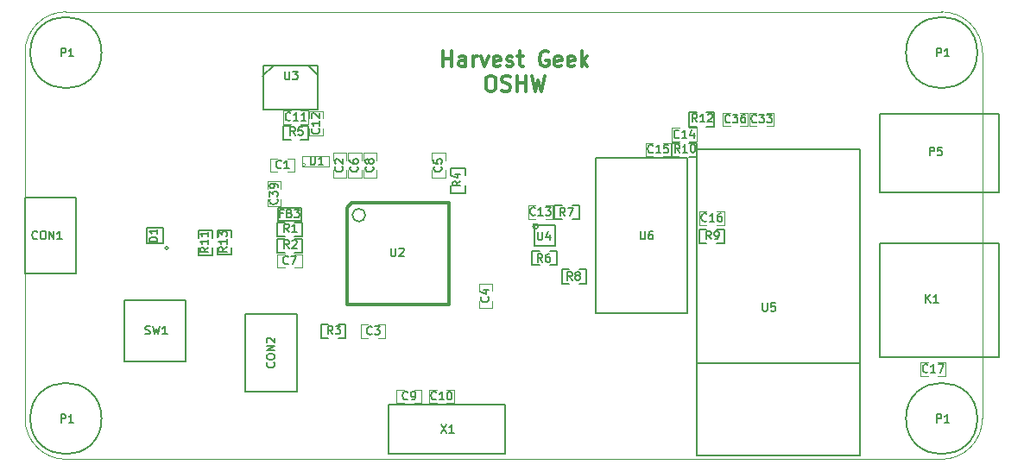
<source format=gto>
G04 (created by PCBNEW (2013-07-07 BZR 4022)-stable) date 26/08/2014 17:06:35*
%MOIN*%
G04 Gerber Fmt 3.4, Leading zero omitted, Abs format*
%FSLAX34Y34*%
G01*
G70*
G90*
G04 APERTURE LIST*
%ADD10C,0.00590551*%
%ADD11C,0.00393701*%
%ADD12C,0.00787402*%
%ADD13C,0.011811*%
%ADD14C,0.012*%
%ADD15C,0.008*%
%ADD16C,0.0031*%
%ADD17C,0.005*%
%ADD18C,0.0047*%
G04 APERTURE END LIST*
G54D10*
G54D11*
X106983Y-58953D02*
X73173Y-58953D01*
X108558Y-60528D02*
G75*
G03X106983Y-58953I-1575J0D01*
G74*
G01*
X108558Y-74668D02*
X108558Y-60528D01*
X106983Y-76243D02*
G75*
G03X108558Y-74668I0J1575D01*
G74*
G01*
X73173Y-76243D02*
X106983Y-76243D01*
X71598Y-74668D02*
G75*
G03X73173Y-76243I1575J0D01*
G74*
G01*
X71598Y-60528D02*
X71598Y-74668D01*
X73173Y-58953D02*
G75*
G03X71598Y-60528I0J-1575D01*
G74*
G01*
G54D12*
X77124Y-68077D02*
G75*
G03X77124Y-68077I-70J0D01*
G74*
G01*
X82893Y-61397D02*
X82893Y-61417D01*
X82539Y-61043D02*
X82893Y-61397D01*
X81181Y-61023D02*
X81259Y-61023D01*
X80767Y-61437D02*
X81181Y-61023D01*
X91397Y-67244D02*
G75*
G03X91397Y-67244I-98J0D01*
G74*
G01*
G54D13*
X87740Y-61069D02*
X87740Y-60478D01*
X87740Y-60759D02*
X88077Y-60759D01*
X88077Y-61069D02*
X88077Y-60478D01*
X88611Y-61069D02*
X88611Y-60759D01*
X88583Y-60703D01*
X88527Y-60675D01*
X88414Y-60675D01*
X88358Y-60703D01*
X88611Y-61040D02*
X88555Y-61069D01*
X88414Y-61069D01*
X88358Y-61040D01*
X88330Y-60984D01*
X88330Y-60928D01*
X88358Y-60872D01*
X88414Y-60844D01*
X88555Y-60844D01*
X88611Y-60815D01*
X88893Y-61069D02*
X88893Y-60675D01*
X88893Y-60787D02*
X88921Y-60731D01*
X88949Y-60703D01*
X89005Y-60675D01*
X89061Y-60675D01*
X89202Y-60675D02*
X89342Y-61069D01*
X89483Y-60675D01*
X89933Y-61040D02*
X89877Y-61069D01*
X89764Y-61069D01*
X89708Y-61040D01*
X89680Y-60984D01*
X89680Y-60759D01*
X89708Y-60703D01*
X89764Y-60675D01*
X89877Y-60675D01*
X89933Y-60703D01*
X89961Y-60759D01*
X89961Y-60815D01*
X89680Y-60872D01*
X90186Y-61040D02*
X90242Y-61069D01*
X90355Y-61069D01*
X90411Y-61040D01*
X90439Y-60984D01*
X90439Y-60956D01*
X90411Y-60900D01*
X90355Y-60872D01*
X90270Y-60872D01*
X90214Y-60844D01*
X90186Y-60787D01*
X90186Y-60759D01*
X90214Y-60703D01*
X90270Y-60675D01*
X90355Y-60675D01*
X90411Y-60703D01*
X90608Y-60675D02*
X90833Y-60675D01*
X90692Y-60478D02*
X90692Y-60984D01*
X90720Y-61040D01*
X90777Y-61069D01*
X90833Y-61069D01*
X91789Y-60506D02*
X91733Y-60478D01*
X91648Y-60478D01*
X91564Y-60506D01*
X91508Y-60562D01*
X91480Y-60619D01*
X91452Y-60731D01*
X91452Y-60815D01*
X91480Y-60928D01*
X91508Y-60984D01*
X91564Y-61040D01*
X91648Y-61069D01*
X91705Y-61069D01*
X91789Y-61040D01*
X91817Y-61012D01*
X91817Y-60815D01*
X91705Y-60815D01*
X92295Y-61040D02*
X92239Y-61069D01*
X92126Y-61069D01*
X92070Y-61040D01*
X92042Y-60984D01*
X92042Y-60759D01*
X92070Y-60703D01*
X92126Y-60675D01*
X92239Y-60675D01*
X92295Y-60703D01*
X92323Y-60759D01*
X92323Y-60815D01*
X92042Y-60872D01*
X92801Y-61040D02*
X92745Y-61069D01*
X92633Y-61069D01*
X92576Y-61040D01*
X92548Y-60984D01*
X92548Y-60759D01*
X92576Y-60703D01*
X92633Y-60675D01*
X92745Y-60675D01*
X92801Y-60703D01*
X92830Y-60759D01*
X92830Y-60815D01*
X92548Y-60872D01*
X93083Y-61069D02*
X93083Y-60478D01*
X93139Y-60844D02*
X93308Y-61069D01*
X93308Y-60675D02*
X93083Y-60900D01*
X89525Y-61423D02*
X89638Y-61423D01*
X89694Y-61451D01*
X89750Y-61507D01*
X89778Y-61620D01*
X89778Y-61817D01*
X89750Y-61929D01*
X89694Y-61985D01*
X89638Y-62013D01*
X89525Y-62013D01*
X89469Y-61985D01*
X89413Y-61929D01*
X89385Y-61817D01*
X89385Y-61620D01*
X89413Y-61507D01*
X89469Y-61451D01*
X89525Y-61423D01*
X90003Y-61985D02*
X90088Y-62013D01*
X90228Y-62013D01*
X90285Y-61985D01*
X90313Y-61957D01*
X90341Y-61901D01*
X90341Y-61845D01*
X90313Y-61788D01*
X90285Y-61760D01*
X90228Y-61732D01*
X90116Y-61704D01*
X90060Y-61676D01*
X90031Y-61648D01*
X90003Y-61592D01*
X90003Y-61535D01*
X90031Y-61479D01*
X90060Y-61451D01*
X90116Y-61423D01*
X90256Y-61423D01*
X90341Y-61451D01*
X90594Y-62013D02*
X90594Y-61423D01*
X90594Y-61704D02*
X90931Y-61704D01*
X90931Y-62013D02*
X90931Y-61423D01*
X91156Y-61423D02*
X91297Y-62013D01*
X91409Y-61592D01*
X91522Y-62013D01*
X91662Y-61423D01*
G54D14*
X87954Y-66337D02*
X87954Y-70277D01*
X87954Y-70277D02*
X84014Y-70277D01*
X84014Y-66527D02*
X84014Y-70277D01*
X84204Y-66337D02*
X87954Y-66337D01*
X84014Y-66527D02*
X84204Y-66337D01*
G54D15*
X84734Y-66807D02*
G75*
G03X84734Y-66807I-250J0D01*
G74*
G01*
G54D16*
X82434Y-64862D02*
G75*
G03X82434Y-64862I-62J0D01*
G74*
G01*
X83334Y-64524D02*
X83334Y-64924D01*
X82309Y-64524D02*
X82309Y-64924D01*
X83334Y-64924D02*
X82309Y-64924D01*
X82309Y-64524D02*
X83334Y-64524D01*
G54D17*
X81614Y-67717D02*
X81336Y-67717D01*
X81336Y-67717D02*
X81336Y-68267D01*
X81336Y-68267D02*
X81614Y-68267D01*
X82286Y-67717D02*
X82008Y-67717D01*
X82286Y-67717D02*
X82286Y-68267D01*
X82286Y-68267D02*
X82008Y-68267D01*
X97519Y-62835D02*
X97241Y-62835D01*
X97241Y-62835D02*
X97241Y-63385D01*
X97241Y-63385D02*
X97519Y-63385D01*
X98191Y-62835D02*
X97913Y-62835D01*
X98191Y-62835D02*
X98191Y-63385D01*
X98191Y-63385D02*
X97913Y-63385D01*
X91850Y-68739D02*
X92128Y-68739D01*
X92128Y-68739D02*
X92128Y-68189D01*
X92128Y-68189D02*
X91850Y-68189D01*
X91178Y-68739D02*
X91456Y-68739D01*
X91178Y-68739D02*
X91178Y-68189D01*
X91178Y-68189D02*
X91456Y-68189D01*
X92716Y-66967D02*
X92994Y-66967D01*
X92994Y-66967D02*
X92994Y-66417D01*
X92994Y-66417D02*
X92716Y-66417D01*
X92044Y-66967D02*
X92322Y-66967D01*
X92044Y-66967D02*
X92044Y-66417D01*
X92044Y-66417D02*
X92322Y-66417D01*
X81850Y-63347D02*
X81572Y-63347D01*
X81572Y-63347D02*
X81572Y-63897D01*
X81572Y-63897D02*
X81850Y-63897D01*
X82522Y-63347D02*
X82244Y-63347D01*
X82522Y-63347D02*
X82522Y-63897D01*
X82522Y-63897D02*
X82244Y-63897D01*
X88032Y-65669D02*
X88032Y-65947D01*
X88032Y-65947D02*
X88582Y-65947D01*
X88582Y-65947D02*
X88582Y-65669D01*
X88032Y-64997D02*
X88032Y-65275D01*
X88032Y-64997D02*
X88582Y-64997D01*
X88582Y-64997D02*
X88582Y-65275D01*
X83306Y-71024D02*
X83028Y-71024D01*
X83028Y-71024D02*
X83028Y-71574D01*
X83028Y-71574D02*
X83306Y-71574D01*
X83978Y-71024D02*
X83700Y-71024D01*
X83978Y-71024D02*
X83978Y-71574D01*
X83978Y-71574D02*
X83700Y-71574D01*
X92992Y-69448D02*
X93270Y-69448D01*
X93270Y-69448D02*
X93270Y-68898D01*
X93270Y-68898D02*
X92992Y-68898D01*
X92320Y-69448D02*
X92598Y-69448D01*
X92320Y-69448D02*
X92320Y-68898D01*
X92320Y-68898D02*
X92598Y-68898D01*
X81614Y-67087D02*
X81336Y-67087D01*
X81336Y-67087D02*
X81336Y-67637D01*
X81336Y-67637D02*
X81614Y-67637D01*
X82286Y-67087D02*
X82008Y-67087D01*
X82286Y-67087D02*
X82286Y-67637D01*
X82286Y-67637D02*
X82008Y-67637D01*
X96850Y-64016D02*
X96572Y-64016D01*
X96572Y-64016D02*
X96572Y-64566D01*
X96572Y-64566D02*
X96850Y-64566D01*
X97522Y-64016D02*
X97244Y-64016D01*
X97522Y-64016D02*
X97522Y-64566D01*
X97522Y-64566D02*
X97244Y-64566D01*
X97913Y-67362D02*
X97635Y-67362D01*
X97635Y-67362D02*
X97635Y-67912D01*
X97635Y-67912D02*
X97913Y-67912D01*
X98585Y-67362D02*
X98307Y-67362D01*
X98585Y-67362D02*
X98585Y-67912D01*
X98585Y-67912D02*
X98307Y-67912D01*
G54D18*
X91299Y-66436D02*
X91024Y-66436D01*
X91693Y-66436D02*
X91968Y-66436D01*
X91299Y-66948D02*
X91024Y-66948D01*
X91968Y-66948D02*
X91693Y-66948D01*
X91024Y-66942D02*
X91024Y-66442D01*
X91968Y-66442D02*
X91968Y-66942D01*
X85177Y-64684D02*
X85177Y-64409D01*
X85177Y-65078D02*
X85177Y-65353D01*
X84665Y-64684D02*
X84665Y-64409D01*
X84665Y-65353D02*
X84665Y-65078D01*
X84671Y-64409D02*
X85171Y-64409D01*
X85171Y-65353D02*
X84671Y-65353D01*
X85236Y-71555D02*
X85511Y-71555D01*
X84842Y-71555D02*
X84567Y-71555D01*
X85236Y-71043D02*
X85511Y-71043D01*
X84567Y-71043D02*
X84842Y-71043D01*
X85511Y-71049D02*
X85511Y-71549D01*
X84567Y-71549D02*
X84567Y-71049D01*
X89114Y-70118D02*
X89114Y-70393D01*
X89114Y-69724D02*
X89114Y-69449D01*
X89626Y-70118D02*
X89626Y-70393D01*
X89626Y-69449D02*
X89626Y-69724D01*
X89620Y-70393D02*
X89120Y-70393D01*
X89120Y-69449D02*
X89620Y-69449D01*
X87815Y-64684D02*
X87815Y-64409D01*
X87815Y-65078D02*
X87815Y-65353D01*
X87303Y-64684D02*
X87303Y-64409D01*
X87303Y-65353D02*
X87303Y-65078D01*
X87309Y-64409D02*
X87809Y-64409D01*
X87809Y-65353D02*
X87309Y-65353D01*
X84586Y-64684D02*
X84586Y-64409D01*
X84586Y-65078D02*
X84586Y-65353D01*
X84074Y-64684D02*
X84074Y-64409D01*
X84074Y-65353D02*
X84074Y-65078D01*
X84080Y-64409D02*
X84580Y-64409D01*
X84580Y-65353D02*
X84080Y-65353D01*
X82244Y-63287D02*
X82519Y-63287D01*
X81850Y-63287D02*
X81575Y-63287D01*
X82244Y-62775D02*
X82519Y-62775D01*
X81575Y-62775D02*
X81850Y-62775D01*
X82519Y-62781D02*
X82519Y-63281D01*
X81575Y-63281D02*
X81575Y-62781D01*
X96850Y-63444D02*
X96575Y-63444D01*
X97244Y-63444D02*
X97519Y-63444D01*
X96850Y-63956D02*
X96575Y-63956D01*
X97519Y-63956D02*
X97244Y-63956D01*
X96575Y-63950D02*
X96575Y-63450D01*
X97519Y-63450D02*
X97519Y-63950D01*
X95846Y-64015D02*
X95571Y-64015D01*
X96240Y-64015D02*
X96515Y-64015D01*
X95846Y-64527D02*
X95571Y-64527D01*
X96515Y-64527D02*
X96240Y-64527D01*
X95571Y-64521D02*
X95571Y-64021D01*
X96515Y-64021D02*
X96515Y-64521D01*
X98307Y-67185D02*
X98582Y-67185D01*
X97913Y-67185D02*
X97638Y-67185D01*
X98307Y-66673D02*
X98582Y-66673D01*
X97638Y-66673D02*
X97913Y-66673D01*
X98582Y-66679D02*
X98582Y-67179D01*
X97638Y-67179D02*
X97638Y-66679D01*
X106842Y-73014D02*
X107117Y-73014D01*
X106448Y-73014D02*
X106173Y-73014D01*
X106842Y-72502D02*
X107117Y-72502D01*
X106173Y-72502D02*
X106448Y-72502D01*
X107117Y-72508D02*
X107117Y-73008D01*
X106173Y-73008D02*
X106173Y-72508D01*
X81338Y-64625D02*
X81063Y-64625D01*
X81732Y-64625D02*
X82007Y-64625D01*
X81338Y-65137D02*
X81063Y-65137D01*
X82007Y-65137D02*
X81732Y-65137D01*
X81063Y-65131D02*
X81063Y-64631D01*
X82007Y-64631D02*
X82007Y-65131D01*
X83996Y-64684D02*
X83996Y-64409D01*
X83996Y-65078D02*
X83996Y-65353D01*
X83484Y-64684D02*
X83484Y-64409D01*
X83484Y-65353D02*
X83484Y-65078D01*
X83490Y-64409D02*
X83990Y-64409D01*
X83990Y-65353D02*
X83490Y-65353D01*
X100236Y-63366D02*
X100511Y-63366D01*
X99842Y-63366D02*
X99567Y-63366D01*
X100236Y-62854D02*
X100511Y-62854D01*
X99567Y-62854D02*
X99842Y-62854D01*
X100511Y-62860D02*
X100511Y-63360D01*
X99567Y-63360D02*
X99567Y-62860D01*
X98818Y-62854D02*
X98543Y-62854D01*
X99212Y-62854D02*
X99487Y-62854D01*
X98818Y-63366D02*
X98543Y-63366D01*
X99487Y-63366D02*
X99212Y-63366D01*
X98543Y-63360D02*
X98543Y-62860D01*
X99487Y-62860D02*
X99487Y-63360D01*
X87480Y-73562D02*
X87205Y-73562D01*
X87874Y-73562D02*
X88149Y-73562D01*
X87480Y-74074D02*
X87205Y-74074D01*
X88149Y-74074D02*
X87874Y-74074D01*
X87205Y-74068D02*
X87205Y-73568D01*
X88149Y-73568D02*
X88149Y-74068D01*
X83090Y-63070D02*
X83090Y-62795D01*
X83090Y-63464D02*
X83090Y-63739D01*
X82578Y-63070D02*
X82578Y-62795D01*
X82578Y-63739D02*
X82578Y-63464D01*
X82584Y-62795D02*
X83084Y-62795D01*
X83084Y-63739D02*
X82584Y-63739D01*
X81614Y-68326D02*
X81339Y-68326D01*
X82008Y-68326D02*
X82283Y-68326D01*
X81614Y-68838D02*
X81339Y-68838D01*
X82283Y-68838D02*
X82008Y-68838D01*
X81339Y-68832D02*
X81339Y-68332D01*
X82283Y-68332D02*
X82283Y-68832D01*
X86614Y-74074D02*
X86889Y-74074D01*
X86220Y-74074D02*
X85945Y-74074D01*
X86614Y-73562D02*
X86889Y-73562D01*
X85945Y-73562D02*
X86220Y-73562D01*
X86889Y-73568D02*
X86889Y-74068D01*
X85945Y-74068D02*
X85945Y-73568D01*
G54D10*
X97532Y-72540D02*
X103831Y-72540D01*
X103831Y-64273D02*
X97532Y-64273D01*
X97532Y-64273D02*
X97532Y-76084D01*
X97532Y-76084D02*
X103831Y-76084D01*
X103831Y-76084D02*
X103831Y-64273D01*
X85629Y-74133D02*
X90118Y-74133D01*
X90118Y-74133D02*
X90118Y-76023D01*
X90118Y-76023D02*
X85629Y-76023D01*
X85629Y-76023D02*
X85629Y-74133D01*
X71601Y-66123D02*
X71601Y-69075D01*
X71601Y-69075D02*
X73569Y-69075D01*
X73569Y-69075D02*
X73569Y-66123D01*
X73569Y-66123D02*
X71601Y-66123D01*
G54D15*
X80102Y-73625D02*
X80102Y-70625D01*
X82102Y-70625D02*
X82102Y-73625D01*
X82102Y-73625D02*
X80102Y-73625D01*
X80102Y-70625D02*
X82102Y-70625D01*
G54D18*
X81476Y-65787D02*
X81476Y-65512D01*
X81476Y-66181D02*
X81476Y-66456D01*
X80964Y-65787D02*
X80964Y-65512D01*
X80964Y-66456D02*
X80964Y-66181D01*
X80970Y-65512D02*
X81470Y-65512D01*
X81470Y-66456D02*
X80970Y-66456D01*
G54D17*
X81361Y-66521D02*
X82261Y-66521D01*
X82261Y-66521D02*
X82261Y-67021D01*
X82261Y-67021D02*
X81361Y-67021D01*
X81361Y-67021D02*
X81361Y-66521D01*
G54D10*
X109191Y-72309D02*
X109191Y-67900D01*
X109191Y-67900D02*
X104584Y-67900D01*
X104584Y-67900D02*
X104584Y-72309D01*
X104584Y-72309D02*
X109191Y-72309D01*
X109194Y-65924D02*
X109194Y-62892D01*
X109194Y-62892D02*
X104588Y-62892D01*
X104588Y-62892D02*
X104588Y-65924D01*
X104588Y-65924D02*
X109194Y-65924D01*
X82913Y-61023D02*
X80787Y-61023D01*
X80787Y-61023D02*
X80787Y-62716D01*
X80787Y-62716D02*
X82913Y-62716D01*
X82913Y-62716D02*
X82913Y-61023D01*
X91259Y-67204D02*
X92047Y-67204D01*
X92047Y-67204D02*
X92047Y-67992D01*
X92047Y-67992D02*
X91259Y-67992D01*
X91259Y-67992D02*
X91259Y-67204D01*
X75444Y-70101D02*
X77806Y-70101D01*
X77806Y-70101D02*
X77806Y-72464D01*
X77806Y-72464D02*
X75444Y-72464D01*
X75444Y-72464D02*
X75444Y-70101D01*
G54D17*
X78293Y-68076D02*
X78293Y-68354D01*
X78293Y-68354D02*
X78843Y-68354D01*
X78843Y-68354D02*
X78843Y-68076D01*
X78293Y-67404D02*
X78293Y-67682D01*
X78293Y-67404D02*
X78843Y-67404D01*
X78843Y-67404D02*
X78843Y-67682D01*
X79014Y-68062D02*
X79014Y-68340D01*
X79014Y-68340D02*
X79564Y-68340D01*
X79564Y-68340D02*
X79564Y-68062D01*
X79014Y-67390D02*
X79014Y-67668D01*
X79014Y-67390D02*
X79564Y-67390D01*
X79564Y-67390D02*
X79564Y-67668D01*
G54D10*
X76940Y-67303D02*
X76940Y-67893D01*
X76940Y-67893D02*
X76310Y-67893D01*
X76310Y-67893D02*
X76310Y-67303D01*
X76310Y-67303D02*
X76940Y-67303D01*
X93622Y-64606D02*
X93622Y-70590D01*
X93622Y-70590D02*
X97165Y-70590D01*
X97165Y-70590D02*
X97165Y-64606D01*
X97165Y-64606D02*
X93622Y-64606D01*
X74551Y-60528D02*
G75*
G03X74551Y-60528I-1377J0D01*
G74*
G01*
X74551Y-74668D02*
G75*
G03X74551Y-74668I-1377J0D01*
G74*
G01*
X108361Y-74668D02*
G75*
G03X108361Y-74668I-1377J0D01*
G74*
G01*
X108361Y-60528D02*
G75*
G03X108361Y-60528I-1377J0D01*
G74*
G01*
G54D12*
X85724Y-68080D02*
X85724Y-68335D01*
X85739Y-68365D01*
X85754Y-68380D01*
X85784Y-68395D01*
X85844Y-68395D01*
X85874Y-68380D01*
X85889Y-68365D01*
X85904Y-68335D01*
X85904Y-68080D01*
X86039Y-68110D02*
X86054Y-68095D01*
X86084Y-68080D01*
X86159Y-68080D01*
X86189Y-68095D01*
X86204Y-68110D01*
X86219Y-68140D01*
X86219Y-68170D01*
X86204Y-68215D01*
X86024Y-68395D01*
X86219Y-68395D01*
X82614Y-64556D02*
X82614Y-64811D01*
X82629Y-64841D01*
X82644Y-64856D01*
X82674Y-64871D01*
X82734Y-64871D01*
X82764Y-64856D01*
X82779Y-64841D01*
X82794Y-64811D01*
X82794Y-64556D01*
X83109Y-64871D02*
X82929Y-64871D01*
X83019Y-64871D02*
X83019Y-64556D01*
X82989Y-64601D01*
X82959Y-64631D01*
X82929Y-64646D01*
X81783Y-68094D02*
X81678Y-67944D01*
X81603Y-68094D02*
X81603Y-67779D01*
X81723Y-67779D01*
X81753Y-67794D01*
X81768Y-67809D01*
X81783Y-67839D01*
X81783Y-67884D01*
X81768Y-67914D01*
X81753Y-67929D01*
X81723Y-67944D01*
X81603Y-67944D01*
X81903Y-67809D02*
X81918Y-67794D01*
X81948Y-67779D01*
X82023Y-67779D01*
X82053Y-67794D01*
X82068Y-67809D01*
X82083Y-67839D01*
X82083Y-67869D01*
X82068Y-67914D01*
X81888Y-68094D01*
X82083Y-68094D01*
X97539Y-63212D02*
X97434Y-63062D01*
X97359Y-63212D02*
X97359Y-62897D01*
X97479Y-62897D01*
X97509Y-62912D01*
X97524Y-62927D01*
X97539Y-62957D01*
X97539Y-63002D01*
X97524Y-63032D01*
X97509Y-63047D01*
X97479Y-63062D01*
X97359Y-63062D01*
X97839Y-63212D02*
X97659Y-63212D01*
X97749Y-63212D02*
X97749Y-62897D01*
X97719Y-62942D01*
X97689Y-62972D01*
X97659Y-62987D01*
X97959Y-62927D02*
X97974Y-62912D01*
X98004Y-62897D01*
X98078Y-62897D01*
X98108Y-62912D01*
X98123Y-62927D01*
X98138Y-62957D01*
X98138Y-62987D01*
X98123Y-63032D01*
X97944Y-63212D01*
X98138Y-63212D01*
X91576Y-68617D02*
X91471Y-68467D01*
X91396Y-68617D02*
X91396Y-68302D01*
X91516Y-68302D01*
X91546Y-68317D01*
X91561Y-68332D01*
X91576Y-68362D01*
X91576Y-68407D01*
X91561Y-68437D01*
X91546Y-68452D01*
X91516Y-68467D01*
X91396Y-68467D01*
X91846Y-68302D02*
X91786Y-68302D01*
X91756Y-68317D01*
X91741Y-68332D01*
X91711Y-68377D01*
X91696Y-68437D01*
X91696Y-68557D01*
X91711Y-68587D01*
X91726Y-68602D01*
X91756Y-68617D01*
X91816Y-68617D01*
X91846Y-68602D01*
X91861Y-68587D01*
X91876Y-68557D01*
X91876Y-68482D01*
X91861Y-68452D01*
X91846Y-68437D01*
X91816Y-68422D01*
X91756Y-68422D01*
X91726Y-68437D01*
X91711Y-68452D01*
X91696Y-68482D01*
X92442Y-66845D02*
X92337Y-66695D01*
X92262Y-66845D02*
X92262Y-66530D01*
X92382Y-66530D01*
X92412Y-66545D01*
X92427Y-66560D01*
X92442Y-66590D01*
X92442Y-66635D01*
X92427Y-66665D01*
X92412Y-66680D01*
X92382Y-66695D01*
X92262Y-66695D01*
X92547Y-66530D02*
X92757Y-66530D01*
X92622Y-66845D01*
X82019Y-63724D02*
X81914Y-63574D01*
X81839Y-63724D02*
X81839Y-63409D01*
X81959Y-63409D01*
X81989Y-63424D01*
X82004Y-63439D01*
X82019Y-63469D01*
X82019Y-63514D01*
X82004Y-63544D01*
X81989Y-63559D01*
X81959Y-63574D01*
X81839Y-63574D01*
X82304Y-63409D02*
X82154Y-63409D01*
X82139Y-63559D01*
X82154Y-63544D01*
X82184Y-63529D01*
X82259Y-63529D01*
X82289Y-63544D01*
X82304Y-63559D01*
X82319Y-63589D01*
X82319Y-63664D01*
X82304Y-63694D01*
X82289Y-63709D01*
X82259Y-63724D01*
X82184Y-63724D01*
X82154Y-63709D01*
X82139Y-63694D01*
X88409Y-65499D02*
X88259Y-65604D01*
X88409Y-65679D02*
X88094Y-65679D01*
X88094Y-65559D01*
X88109Y-65529D01*
X88124Y-65514D01*
X88154Y-65499D01*
X88199Y-65499D01*
X88229Y-65514D01*
X88244Y-65529D01*
X88259Y-65559D01*
X88259Y-65679D01*
X88199Y-65229D02*
X88409Y-65229D01*
X88079Y-65304D02*
X88304Y-65379D01*
X88304Y-65184D01*
X83476Y-71401D02*
X83371Y-71251D01*
X83296Y-71401D02*
X83296Y-71086D01*
X83416Y-71086D01*
X83446Y-71101D01*
X83461Y-71116D01*
X83476Y-71146D01*
X83476Y-71191D01*
X83461Y-71221D01*
X83446Y-71236D01*
X83416Y-71251D01*
X83296Y-71251D01*
X83581Y-71086D02*
X83776Y-71086D01*
X83671Y-71206D01*
X83716Y-71206D01*
X83746Y-71221D01*
X83761Y-71236D01*
X83776Y-71266D01*
X83776Y-71341D01*
X83761Y-71371D01*
X83746Y-71386D01*
X83716Y-71401D01*
X83626Y-71401D01*
X83596Y-71386D01*
X83581Y-71371D01*
X92717Y-69325D02*
X92612Y-69175D01*
X92537Y-69325D02*
X92537Y-69010D01*
X92657Y-69010D01*
X92687Y-69025D01*
X92702Y-69040D01*
X92717Y-69070D01*
X92717Y-69115D01*
X92702Y-69145D01*
X92687Y-69160D01*
X92657Y-69175D01*
X92537Y-69175D01*
X92897Y-69145D02*
X92867Y-69130D01*
X92852Y-69115D01*
X92837Y-69085D01*
X92837Y-69070D01*
X92852Y-69040D01*
X92867Y-69025D01*
X92897Y-69010D01*
X92957Y-69010D01*
X92987Y-69025D01*
X93002Y-69040D01*
X93017Y-69070D01*
X93017Y-69085D01*
X93002Y-69115D01*
X92987Y-69130D01*
X92957Y-69145D01*
X92897Y-69145D01*
X92867Y-69160D01*
X92852Y-69175D01*
X92837Y-69205D01*
X92837Y-69265D01*
X92852Y-69295D01*
X92867Y-69310D01*
X92897Y-69325D01*
X92957Y-69325D01*
X92987Y-69310D01*
X93002Y-69295D01*
X93017Y-69265D01*
X93017Y-69205D01*
X93002Y-69175D01*
X92987Y-69160D01*
X92957Y-69145D01*
X81783Y-67464D02*
X81678Y-67314D01*
X81603Y-67464D02*
X81603Y-67149D01*
X81723Y-67149D01*
X81753Y-67164D01*
X81768Y-67179D01*
X81783Y-67209D01*
X81783Y-67254D01*
X81768Y-67284D01*
X81753Y-67299D01*
X81723Y-67314D01*
X81603Y-67314D01*
X82083Y-67464D02*
X81903Y-67464D01*
X81993Y-67464D02*
X81993Y-67149D01*
X81963Y-67194D01*
X81933Y-67224D01*
X81903Y-67239D01*
X96869Y-64393D02*
X96764Y-64243D01*
X96689Y-64393D02*
X96689Y-64078D01*
X96809Y-64078D01*
X96839Y-64093D01*
X96854Y-64108D01*
X96869Y-64138D01*
X96869Y-64183D01*
X96854Y-64213D01*
X96839Y-64228D01*
X96809Y-64243D01*
X96689Y-64243D01*
X97169Y-64393D02*
X96989Y-64393D01*
X97079Y-64393D02*
X97079Y-64078D01*
X97049Y-64123D01*
X97019Y-64153D01*
X96989Y-64168D01*
X97364Y-64078D02*
X97394Y-64078D01*
X97424Y-64093D01*
X97439Y-64108D01*
X97454Y-64138D01*
X97469Y-64198D01*
X97469Y-64273D01*
X97454Y-64333D01*
X97439Y-64363D01*
X97424Y-64378D01*
X97394Y-64393D01*
X97364Y-64393D01*
X97334Y-64378D01*
X97319Y-64363D01*
X97304Y-64333D01*
X97289Y-64273D01*
X97289Y-64198D01*
X97304Y-64138D01*
X97319Y-64108D01*
X97334Y-64093D01*
X97364Y-64078D01*
X98082Y-67740D02*
X97977Y-67590D01*
X97902Y-67740D02*
X97902Y-67425D01*
X98022Y-67425D01*
X98052Y-67440D01*
X98067Y-67455D01*
X98082Y-67485D01*
X98082Y-67530D01*
X98067Y-67560D01*
X98052Y-67575D01*
X98022Y-67590D01*
X97902Y-67590D01*
X98232Y-67740D02*
X98292Y-67740D01*
X98322Y-67725D01*
X98337Y-67710D01*
X98367Y-67665D01*
X98382Y-67605D01*
X98382Y-67485D01*
X98367Y-67455D01*
X98352Y-67440D01*
X98322Y-67425D01*
X98262Y-67425D01*
X98232Y-67440D01*
X98217Y-67455D01*
X98202Y-67485D01*
X98202Y-67560D01*
X98217Y-67590D01*
X98232Y-67605D01*
X98262Y-67620D01*
X98322Y-67620D01*
X98352Y-67605D01*
X98367Y-67590D01*
X98382Y-67560D01*
X91293Y-66790D02*
X91278Y-66805D01*
X91233Y-66820D01*
X91203Y-66820D01*
X91158Y-66805D01*
X91128Y-66775D01*
X91113Y-66745D01*
X91098Y-66685D01*
X91098Y-66640D01*
X91113Y-66580D01*
X91128Y-66550D01*
X91158Y-66520D01*
X91203Y-66505D01*
X91233Y-66505D01*
X91278Y-66520D01*
X91293Y-66535D01*
X91593Y-66820D02*
X91413Y-66820D01*
X91503Y-66820D02*
X91503Y-66505D01*
X91473Y-66550D01*
X91443Y-66580D01*
X91413Y-66595D01*
X91698Y-66505D02*
X91893Y-66505D01*
X91788Y-66625D01*
X91833Y-66625D01*
X91863Y-66640D01*
X91878Y-66655D01*
X91893Y-66685D01*
X91893Y-66760D01*
X91878Y-66790D01*
X91863Y-66805D01*
X91833Y-66820D01*
X91743Y-66820D01*
X91713Y-66805D01*
X91698Y-66790D01*
X85018Y-64934D02*
X85033Y-64949D01*
X85048Y-64994D01*
X85048Y-65024D01*
X85033Y-65069D01*
X85003Y-65099D01*
X84973Y-65114D01*
X84913Y-65129D01*
X84868Y-65129D01*
X84808Y-65114D01*
X84778Y-65099D01*
X84748Y-65069D01*
X84733Y-65024D01*
X84733Y-64994D01*
X84748Y-64949D01*
X84763Y-64934D01*
X84868Y-64754D02*
X84853Y-64784D01*
X84838Y-64799D01*
X84808Y-64814D01*
X84793Y-64814D01*
X84763Y-64799D01*
X84748Y-64784D01*
X84733Y-64754D01*
X84733Y-64694D01*
X84748Y-64664D01*
X84763Y-64649D01*
X84793Y-64634D01*
X84808Y-64634D01*
X84838Y-64649D01*
X84853Y-64664D01*
X84868Y-64694D01*
X84868Y-64754D01*
X84883Y-64784D01*
X84898Y-64799D01*
X84928Y-64814D01*
X84988Y-64814D01*
X85018Y-64799D01*
X85033Y-64784D01*
X85048Y-64754D01*
X85048Y-64694D01*
X85033Y-64664D01*
X85018Y-64649D01*
X84988Y-64634D01*
X84928Y-64634D01*
X84898Y-64649D01*
X84883Y-64664D01*
X84868Y-64694D01*
X84986Y-71396D02*
X84971Y-71411D01*
X84926Y-71426D01*
X84896Y-71426D01*
X84851Y-71411D01*
X84821Y-71381D01*
X84806Y-71351D01*
X84791Y-71291D01*
X84791Y-71246D01*
X84806Y-71186D01*
X84821Y-71156D01*
X84851Y-71126D01*
X84896Y-71111D01*
X84926Y-71111D01*
X84971Y-71126D01*
X84986Y-71141D01*
X85091Y-71111D02*
X85286Y-71111D01*
X85181Y-71231D01*
X85226Y-71231D01*
X85256Y-71246D01*
X85271Y-71261D01*
X85286Y-71291D01*
X85286Y-71366D01*
X85271Y-71396D01*
X85256Y-71411D01*
X85226Y-71426D01*
X85136Y-71426D01*
X85106Y-71411D01*
X85091Y-71396D01*
X89467Y-69973D02*
X89482Y-69988D01*
X89497Y-70033D01*
X89497Y-70063D01*
X89482Y-70108D01*
X89452Y-70138D01*
X89422Y-70153D01*
X89362Y-70168D01*
X89317Y-70168D01*
X89257Y-70153D01*
X89227Y-70138D01*
X89197Y-70108D01*
X89182Y-70063D01*
X89182Y-70033D01*
X89197Y-69988D01*
X89212Y-69973D01*
X89287Y-69703D02*
X89497Y-69703D01*
X89167Y-69778D02*
X89392Y-69853D01*
X89392Y-69658D01*
X87656Y-64934D02*
X87671Y-64949D01*
X87686Y-64994D01*
X87686Y-65024D01*
X87671Y-65069D01*
X87641Y-65099D01*
X87611Y-65114D01*
X87551Y-65129D01*
X87506Y-65129D01*
X87446Y-65114D01*
X87416Y-65099D01*
X87386Y-65069D01*
X87371Y-65024D01*
X87371Y-64994D01*
X87386Y-64949D01*
X87401Y-64934D01*
X87371Y-64649D02*
X87371Y-64799D01*
X87521Y-64814D01*
X87506Y-64799D01*
X87491Y-64769D01*
X87491Y-64694D01*
X87506Y-64664D01*
X87521Y-64649D01*
X87551Y-64634D01*
X87626Y-64634D01*
X87656Y-64649D01*
X87671Y-64664D01*
X87686Y-64694D01*
X87686Y-64769D01*
X87671Y-64799D01*
X87656Y-64814D01*
X84428Y-64934D02*
X84443Y-64949D01*
X84458Y-64994D01*
X84458Y-65024D01*
X84443Y-65069D01*
X84413Y-65099D01*
X84383Y-65114D01*
X84323Y-65129D01*
X84278Y-65129D01*
X84218Y-65114D01*
X84188Y-65099D01*
X84158Y-65069D01*
X84143Y-65024D01*
X84143Y-64994D01*
X84158Y-64949D01*
X84173Y-64934D01*
X84143Y-64664D02*
X84143Y-64724D01*
X84158Y-64754D01*
X84173Y-64769D01*
X84218Y-64799D01*
X84278Y-64814D01*
X84398Y-64814D01*
X84428Y-64799D01*
X84443Y-64784D01*
X84458Y-64754D01*
X84458Y-64694D01*
X84443Y-64664D01*
X84428Y-64649D01*
X84398Y-64634D01*
X84323Y-64634D01*
X84293Y-64649D01*
X84278Y-64664D01*
X84263Y-64694D01*
X84263Y-64754D01*
X84278Y-64784D01*
X84293Y-64799D01*
X84323Y-64814D01*
X81844Y-63128D02*
X81829Y-63143D01*
X81784Y-63158D01*
X81754Y-63158D01*
X81709Y-63143D01*
X81679Y-63113D01*
X81664Y-63083D01*
X81649Y-63023D01*
X81649Y-62979D01*
X81664Y-62919D01*
X81679Y-62889D01*
X81709Y-62859D01*
X81754Y-62844D01*
X81784Y-62844D01*
X81829Y-62859D01*
X81844Y-62874D01*
X82144Y-63158D02*
X81964Y-63158D01*
X82054Y-63158D02*
X82054Y-62844D01*
X82024Y-62889D01*
X81994Y-62919D01*
X81964Y-62934D01*
X82444Y-63158D02*
X82264Y-63158D01*
X82354Y-63158D02*
X82354Y-62844D01*
X82324Y-62889D01*
X82294Y-62919D01*
X82264Y-62934D01*
X96844Y-63798D02*
X96829Y-63813D01*
X96784Y-63828D01*
X96754Y-63828D01*
X96709Y-63813D01*
X96679Y-63783D01*
X96664Y-63753D01*
X96649Y-63693D01*
X96649Y-63648D01*
X96664Y-63588D01*
X96679Y-63558D01*
X96709Y-63528D01*
X96754Y-63513D01*
X96784Y-63513D01*
X96829Y-63528D01*
X96844Y-63543D01*
X97144Y-63828D02*
X96964Y-63828D01*
X97054Y-63828D02*
X97054Y-63513D01*
X97024Y-63558D01*
X96994Y-63588D01*
X96964Y-63603D01*
X97414Y-63618D02*
X97414Y-63828D01*
X97339Y-63498D02*
X97264Y-63723D01*
X97459Y-63723D01*
X95840Y-64369D02*
X95825Y-64384D01*
X95780Y-64399D01*
X95750Y-64399D01*
X95705Y-64384D01*
X95675Y-64354D01*
X95660Y-64324D01*
X95645Y-64264D01*
X95645Y-64219D01*
X95660Y-64159D01*
X95675Y-64129D01*
X95705Y-64099D01*
X95750Y-64084D01*
X95780Y-64084D01*
X95825Y-64099D01*
X95840Y-64114D01*
X96140Y-64399D02*
X95960Y-64399D01*
X96050Y-64399D02*
X96050Y-64084D01*
X96020Y-64129D01*
X95990Y-64159D01*
X95960Y-64174D01*
X96425Y-64084D02*
X96275Y-64084D01*
X96260Y-64234D01*
X96275Y-64219D01*
X96305Y-64204D01*
X96380Y-64204D01*
X96410Y-64219D01*
X96425Y-64234D01*
X96440Y-64264D01*
X96440Y-64339D01*
X96425Y-64369D01*
X96410Y-64384D01*
X96380Y-64399D01*
X96305Y-64399D01*
X96275Y-64384D01*
X96260Y-64369D01*
X97907Y-67026D02*
X97892Y-67041D01*
X97847Y-67056D01*
X97817Y-67056D01*
X97772Y-67041D01*
X97742Y-67011D01*
X97727Y-66981D01*
X97712Y-66921D01*
X97712Y-66876D01*
X97727Y-66816D01*
X97742Y-66786D01*
X97772Y-66756D01*
X97817Y-66741D01*
X97847Y-66741D01*
X97892Y-66756D01*
X97907Y-66771D01*
X98207Y-67056D02*
X98027Y-67056D01*
X98117Y-67056D02*
X98117Y-66741D01*
X98087Y-66786D01*
X98057Y-66816D01*
X98027Y-66831D01*
X98477Y-66741D02*
X98417Y-66741D01*
X98387Y-66756D01*
X98372Y-66771D01*
X98342Y-66816D01*
X98327Y-66876D01*
X98327Y-66996D01*
X98342Y-67026D01*
X98357Y-67041D01*
X98387Y-67056D01*
X98447Y-67056D01*
X98477Y-67041D01*
X98492Y-67026D01*
X98507Y-66996D01*
X98507Y-66921D01*
X98492Y-66891D01*
X98477Y-66876D01*
X98447Y-66861D01*
X98387Y-66861D01*
X98357Y-66876D01*
X98342Y-66891D01*
X98327Y-66921D01*
X106442Y-72855D02*
X106427Y-72870D01*
X106382Y-72885D01*
X106352Y-72885D01*
X106307Y-72870D01*
X106277Y-72840D01*
X106262Y-72810D01*
X106247Y-72750D01*
X106247Y-72705D01*
X106262Y-72645D01*
X106277Y-72615D01*
X106307Y-72585D01*
X106352Y-72570D01*
X106382Y-72570D01*
X106427Y-72585D01*
X106442Y-72600D01*
X106742Y-72885D02*
X106562Y-72885D01*
X106652Y-72885D02*
X106652Y-72570D01*
X106622Y-72615D01*
X106592Y-72645D01*
X106562Y-72660D01*
X106847Y-72570D02*
X107057Y-72570D01*
X106922Y-72885D01*
X81482Y-64979D02*
X81467Y-64994D01*
X81422Y-65009D01*
X81392Y-65009D01*
X81347Y-64994D01*
X81317Y-64964D01*
X81302Y-64934D01*
X81287Y-64874D01*
X81287Y-64829D01*
X81302Y-64769D01*
X81317Y-64739D01*
X81347Y-64709D01*
X81392Y-64694D01*
X81422Y-64694D01*
X81467Y-64709D01*
X81482Y-64724D01*
X81782Y-65009D02*
X81602Y-65009D01*
X81692Y-65009D02*
X81692Y-64694D01*
X81662Y-64739D01*
X81632Y-64769D01*
X81602Y-64784D01*
X83837Y-64934D02*
X83852Y-64949D01*
X83867Y-64994D01*
X83867Y-65024D01*
X83852Y-65069D01*
X83822Y-65099D01*
X83792Y-65114D01*
X83732Y-65129D01*
X83687Y-65129D01*
X83627Y-65114D01*
X83597Y-65099D01*
X83567Y-65069D01*
X83552Y-65024D01*
X83552Y-64994D01*
X83567Y-64949D01*
X83582Y-64934D01*
X83582Y-64814D02*
X83567Y-64799D01*
X83552Y-64769D01*
X83552Y-64694D01*
X83567Y-64664D01*
X83582Y-64649D01*
X83612Y-64634D01*
X83642Y-64634D01*
X83687Y-64649D01*
X83867Y-64829D01*
X83867Y-64634D01*
X99836Y-63207D02*
X99821Y-63222D01*
X99776Y-63237D01*
X99746Y-63237D01*
X99701Y-63222D01*
X99671Y-63192D01*
X99656Y-63162D01*
X99641Y-63102D01*
X99641Y-63057D01*
X99656Y-62997D01*
X99671Y-62967D01*
X99701Y-62937D01*
X99746Y-62922D01*
X99776Y-62922D01*
X99821Y-62937D01*
X99836Y-62952D01*
X99941Y-62922D02*
X100136Y-62922D01*
X100031Y-63042D01*
X100076Y-63042D01*
X100106Y-63057D01*
X100121Y-63072D01*
X100136Y-63102D01*
X100136Y-63177D01*
X100121Y-63207D01*
X100106Y-63222D01*
X100076Y-63237D01*
X99986Y-63237D01*
X99956Y-63222D01*
X99941Y-63207D01*
X100241Y-62922D02*
X100436Y-62922D01*
X100331Y-63042D01*
X100376Y-63042D01*
X100406Y-63057D01*
X100421Y-63072D01*
X100436Y-63102D01*
X100436Y-63177D01*
X100421Y-63207D01*
X100406Y-63222D01*
X100376Y-63237D01*
X100286Y-63237D01*
X100256Y-63222D01*
X100241Y-63207D01*
X98813Y-63207D02*
X98798Y-63222D01*
X98753Y-63237D01*
X98723Y-63237D01*
X98678Y-63222D01*
X98648Y-63192D01*
X98633Y-63162D01*
X98618Y-63102D01*
X98618Y-63057D01*
X98633Y-62997D01*
X98648Y-62967D01*
X98678Y-62937D01*
X98723Y-62922D01*
X98753Y-62922D01*
X98798Y-62937D01*
X98813Y-62952D01*
X98918Y-62922D02*
X99113Y-62922D01*
X99008Y-63042D01*
X99053Y-63042D01*
X99083Y-63057D01*
X99098Y-63072D01*
X99113Y-63102D01*
X99113Y-63177D01*
X99098Y-63207D01*
X99083Y-63222D01*
X99053Y-63237D01*
X98963Y-63237D01*
X98933Y-63222D01*
X98918Y-63207D01*
X99383Y-62922D02*
X99323Y-62922D01*
X99293Y-62937D01*
X99278Y-62952D01*
X99248Y-62997D01*
X99233Y-63057D01*
X99233Y-63177D01*
X99248Y-63207D01*
X99263Y-63222D01*
X99293Y-63237D01*
X99353Y-63237D01*
X99383Y-63222D01*
X99398Y-63207D01*
X99413Y-63177D01*
X99413Y-63102D01*
X99398Y-63072D01*
X99383Y-63057D01*
X99353Y-63042D01*
X99293Y-63042D01*
X99263Y-63057D01*
X99248Y-63072D01*
X99233Y-63102D01*
X87474Y-73916D02*
X87459Y-73931D01*
X87414Y-73946D01*
X87384Y-73946D01*
X87339Y-73931D01*
X87309Y-73901D01*
X87294Y-73871D01*
X87279Y-73811D01*
X87279Y-73766D01*
X87294Y-73706D01*
X87309Y-73676D01*
X87339Y-73646D01*
X87384Y-73631D01*
X87414Y-73631D01*
X87459Y-73646D01*
X87474Y-73661D01*
X87774Y-73946D02*
X87594Y-73946D01*
X87684Y-73946D02*
X87684Y-73631D01*
X87654Y-73676D01*
X87624Y-73706D01*
X87594Y-73721D01*
X87969Y-73631D02*
X87999Y-73631D01*
X88029Y-73646D01*
X88044Y-73661D01*
X88059Y-73691D01*
X88074Y-73751D01*
X88074Y-73826D01*
X88059Y-73886D01*
X88044Y-73916D01*
X88029Y-73931D01*
X87999Y-73946D01*
X87969Y-73946D01*
X87939Y-73931D01*
X87924Y-73916D01*
X87909Y-73886D01*
X87894Y-73826D01*
X87894Y-73751D01*
X87909Y-73691D01*
X87924Y-73661D01*
X87939Y-73646D01*
X87969Y-73631D01*
X82932Y-63470D02*
X82947Y-63485D01*
X82962Y-63530D01*
X82962Y-63560D01*
X82947Y-63605D01*
X82917Y-63635D01*
X82887Y-63650D01*
X82827Y-63665D01*
X82782Y-63665D01*
X82722Y-63650D01*
X82692Y-63635D01*
X82662Y-63605D01*
X82647Y-63560D01*
X82647Y-63530D01*
X82662Y-63485D01*
X82677Y-63470D01*
X82962Y-63170D02*
X82962Y-63350D01*
X82962Y-63260D02*
X82647Y-63260D01*
X82692Y-63290D01*
X82722Y-63320D01*
X82737Y-63350D01*
X82677Y-63050D02*
X82662Y-63035D01*
X82647Y-63005D01*
X82647Y-62930D01*
X82662Y-62900D01*
X82677Y-62885D01*
X82707Y-62870D01*
X82737Y-62870D01*
X82782Y-62885D01*
X82962Y-63065D01*
X82962Y-62870D01*
X81758Y-68680D02*
X81743Y-68695D01*
X81698Y-68710D01*
X81668Y-68710D01*
X81623Y-68695D01*
X81593Y-68665D01*
X81578Y-68635D01*
X81563Y-68575D01*
X81563Y-68530D01*
X81578Y-68470D01*
X81593Y-68440D01*
X81623Y-68410D01*
X81668Y-68395D01*
X81698Y-68395D01*
X81743Y-68410D01*
X81758Y-68425D01*
X81863Y-68395D02*
X82073Y-68395D01*
X81938Y-68710D01*
X86364Y-73916D02*
X86349Y-73931D01*
X86304Y-73946D01*
X86274Y-73946D01*
X86229Y-73931D01*
X86199Y-73901D01*
X86184Y-73871D01*
X86169Y-73811D01*
X86169Y-73766D01*
X86184Y-73706D01*
X86199Y-73676D01*
X86229Y-73646D01*
X86274Y-73631D01*
X86304Y-73631D01*
X86349Y-73646D01*
X86364Y-73661D01*
X86514Y-73946D02*
X86574Y-73946D01*
X86604Y-73931D01*
X86619Y-73916D01*
X86649Y-73871D01*
X86664Y-73811D01*
X86664Y-73691D01*
X86649Y-73661D01*
X86634Y-73646D01*
X86604Y-73631D01*
X86544Y-73631D01*
X86514Y-73646D01*
X86499Y-73661D01*
X86484Y-73691D01*
X86484Y-73766D01*
X86499Y-73796D01*
X86514Y-73811D01*
X86544Y-73826D01*
X86604Y-73826D01*
X86634Y-73811D01*
X86649Y-73796D01*
X86664Y-73766D01*
X100068Y-70207D02*
X100068Y-70462D01*
X100083Y-70492D01*
X100098Y-70507D01*
X100128Y-70522D01*
X100188Y-70522D01*
X100218Y-70507D01*
X100233Y-70492D01*
X100248Y-70462D01*
X100248Y-70207D01*
X100548Y-70207D02*
X100398Y-70207D01*
X100383Y-70357D01*
X100398Y-70342D01*
X100428Y-70327D01*
X100503Y-70327D01*
X100533Y-70342D01*
X100548Y-70357D01*
X100563Y-70387D01*
X100563Y-70462D01*
X100548Y-70492D01*
X100533Y-70507D01*
X100503Y-70522D01*
X100428Y-70522D01*
X100398Y-70507D01*
X100383Y-70492D01*
X87658Y-74910D02*
X87868Y-75225D01*
X87868Y-74910D02*
X87658Y-75225D01*
X88153Y-75225D02*
X87973Y-75225D01*
X88063Y-75225D02*
X88063Y-74910D01*
X88033Y-74955D01*
X88003Y-74985D01*
X87973Y-75000D01*
X72065Y-67716D02*
X72050Y-67731D01*
X72005Y-67746D01*
X71975Y-67746D01*
X71930Y-67731D01*
X71900Y-67701D01*
X71885Y-67671D01*
X71870Y-67611D01*
X71870Y-67566D01*
X71885Y-67506D01*
X71900Y-67476D01*
X71930Y-67446D01*
X71975Y-67431D01*
X72005Y-67431D01*
X72050Y-67446D01*
X72065Y-67461D01*
X72260Y-67431D02*
X72320Y-67431D01*
X72350Y-67446D01*
X72380Y-67476D01*
X72395Y-67536D01*
X72395Y-67641D01*
X72380Y-67701D01*
X72350Y-67731D01*
X72320Y-67746D01*
X72260Y-67746D01*
X72230Y-67731D01*
X72200Y-67701D01*
X72185Y-67641D01*
X72185Y-67536D01*
X72200Y-67476D01*
X72230Y-67446D01*
X72260Y-67431D01*
X72530Y-67746D02*
X72530Y-67431D01*
X72710Y-67746D01*
X72710Y-67431D01*
X73025Y-67746D02*
X72845Y-67746D01*
X72935Y-67746D02*
X72935Y-67431D01*
X72905Y-67476D01*
X72875Y-67506D01*
X72845Y-67521D01*
X81199Y-72508D02*
X81214Y-72523D01*
X81229Y-72568D01*
X81229Y-72598D01*
X81214Y-72643D01*
X81184Y-72673D01*
X81154Y-72688D01*
X81094Y-72703D01*
X81049Y-72703D01*
X80989Y-72688D01*
X80959Y-72673D01*
X80929Y-72643D01*
X80914Y-72598D01*
X80914Y-72568D01*
X80929Y-72523D01*
X80944Y-72508D01*
X80914Y-72313D02*
X80914Y-72253D01*
X80929Y-72223D01*
X80959Y-72193D01*
X81019Y-72178D01*
X81124Y-72178D01*
X81184Y-72193D01*
X81214Y-72223D01*
X81229Y-72253D01*
X81229Y-72313D01*
X81214Y-72343D01*
X81184Y-72373D01*
X81124Y-72388D01*
X81019Y-72388D01*
X80959Y-72373D01*
X80929Y-72343D01*
X80914Y-72313D01*
X81229Y-72043D02*
X80914Y-72043D01*
X81229Y-71863D01*
X80914Y-71863D01*
X80944Y-71728D02*
X80929Y-71713D01*
X80914Y-71683D01*
X80914Y-71608D01*
X80929Y-71578D01*
X80944Y-71563D01*
X80974Y-71548D01*
X81004Y-71548D01*
X81049Y-71563D01*
X81229Y-71743D01*
X81229Y-71548D01*
X81317Y-66186D02*
X81332Y-66201D01*
X81347Y-66246D01*
X81347Y-66276D01*
X81332Y-66321D01*
X81302Y-66351D01*
X81272Y-66366D01*
X81212Y-66381D01*
X81167Y-66381D01*
X81107Y-66366D01*
X81077Y-66351D01*
X81047Y-66321D01*
X81032Y-66276D01*
X81032Y-66246D01*
X81047Y-66201D01*
X81062Y-66186D01*
X81032Y-66081D02*
X81032Y-65886D01*
X81152Y-65991D01*
X81152Y-65946D01*
X81167Y-65916D01*
X81182Y-65901D01*
X81212Y-65886D01*
X81287Y-65886D01*
X81317Y-65901D01*
X81332Y-65916D01*
X81347Y-65946D01*
X81347Y-66036D01*
X81332Y-66066D01*
X81317Y-66081D01*
X81347Y-65736D02*
X81347Y-65676D01*
X81332Y-65646D01*
X81317Y-65631D01*
X81272Y-65601D01*
X81212Y-65586D01*
X81092Y-65586D01*
X81062Y-65601D01*
X81047Y-65616D01*
X81032Y-65646D01*
X81032Y-65706D01*
X81047Y-65736D01*
X81062Y-65751D01*
X81092Y-65766D01*
X81167Y-65766D01*
X81197Y-65751D01*
X81212Y-65736D01*
X81227Y-65706D01*
X81227Y-65646D01*
X81212Y-65616D01*
X81197Y-65601D01*
X81167Y-65586D01*
X81548Y-66734D02*
X81443Y-66734D01*
X81443Y-66899D02*
X81443Y-66584D01*
X81593Y-66584D01*
X81818Y-66734D02*
X81863Y-66749D01*
X81878Y-66764D01*
X81893Y-66794D01*
X81893Y-66839D01*
X81878Y-66869D01*
X81863Y-66884D01*
X81833Y-66899D01*
X81713Y-66899D01*
X81713Y-66584D01*
X81818Y-66584D01*
X81848Y-66599D01*
X81863Y-66614D01*
X81878Y-66644D01*
X81878Y-66674D01*
X81863Y-66704D01*
X81848Y-66719D01*
X81818Y-66734D01*
X81713Y-66734D01*
X81998Y-66584D02*
X82193Y-66584D01*
X82088Y-66704D01*
X82133Y-66704D01*
X82163Y-66719D01*
X82178Y-66734D01*
X82193Y-66764D01*
X82193Y-66839D01*
X82178Y-66869D01*
X82163Y-66884D01*
X82133Y-66899D01*
X82043Y-66899D01*
X82013Y-66884D01*
X81998Y-66869D01*
X106379Y-70193D02*
X106379Y-69878D01*
X106559Y-70193D02*
X106424Y-70013D01*
X106559Y-69878D02*
X106379Y-70058D01*
X106859Y-70193D02*
X106679Y-70193D01*
X106769Y-70193D02*
X106769Y-69878D01*
X106739Y-69923D01*
X106709Y-69953D01*
X106679Y-69968D01*
X106521Y-64496D02*
X106521Y-64181D01*
X106641Y-64181D01*
X106671Y-64196D01*
X106686Y-64211D01*
X106701Y-64241D01*
X106701Y-64286D01*
X106686Y-64316D01*
X106671Y-64331D01*
X106641Y-64346D01*
X106521Y-64346D01*
X106986Y-64181D02*
X106836Y-64181D01*
X106821Y-64331D01*
X106836Y-64316D01*
X106866Y-64301D01*
X106941Y-64301D01*
X106971Y-64316D01*
X106986Y-64331D01*
X107001Y-64361D01*
X107001Y-64436D01*
X106986Y-64466D01*
X106971Y-64481D01*
X106941Y-64496D01*
X106866Y-64496D01*
X106836Y-64481D01*
X106821Y-64466D01*
X81630Y-61249D02*
X81630Y-61504D01*
X81645Y-61534D01*
X81660Y-61549D01*
X81690Y-61564D01*
X81750Y-61564D01*
X81780Y-61549D01*
X81795Y-61534D01*
X81810Y-61504D01*
X81810Y-61249D01*
X81930Y-61249D02*
X82125Y-61249D01*
X82020Y-61369D01*
X82065Y-61369D01*
X82095Y-61384D01*
X82110Y-61399D01*
X82125Y-61429D01*
X82125Y-61504D01*
X82110Y-61534D01*
X82095Y-61549D01*
X82065Y-61564D01*
X81975Y-61564D01*
X81945Y-61549D01*
X81930Y-61534D01*
X91393Y-67450D02*
X91393Y-67705D01*
X91408Y-67735D01*
X91423Y-67750D01*
X91453Y-67765D01*
X91513Y-67765D01*
X91543Y-67750D01*
X91558Y-67735D01*
X91573Y-67705D01*
X91573Y-67450D01*
X91858Y-67555D02*
X91858Y-67765D01*
X91783Y-67435D02*
X91708Y-67660D01*
X91903Y-67660D01*
X76244Y-71395D02*
X76289Y-71410D01*
X76364Y-71410D01*
X76394Y-71395D01*
X76409Y-71380D01*
X76424Y-71350D01*
X76424Y-71320D01*
X76409Y-71290D01*
X76394Y-71275D01*
X76364Y-71260D01*
X76304Y-71245D01*
X76274Y-71230D01*
X76259Y-71215D01*
X76244Y-71185D01*
X76244Y-71155D01*
X76259Y-71125D01*
X76274Y-71110D01*
X76304Y-71095D01*
X76379Y-71095D01*
X76424Y-71110D01*
X76529Y-71095D02*
X76604Y-71410D01*
X76664Y-71185D01*
X76724Y-71410D01*
X76799Y-71095D01*
X77084Y-71410D02*
X76904Y-71410D01*
X76994Y-71410D02*
X76994Y-71095D01*
X76964Y-71140D01*
X76934Y-71170D01*
X76904Y-71185D01*
X78670Y-68056D02*
X78520Y-68161D01*
X78670Y-68236D02*
X78355Y-68236D01*
X78355Y-68116D01*
X78370Y-68086D01*
X78385Y-68071D01*
X78415Y-68056D01*
X78460Y-68056D01*
X78490Y-68071D01*
X78505Y-68086D01*
X78520Y-68116D01*
X78520Y-68236D01*
X78670Y-67756D02*
X78670Y-67936D01*
X78670Y-67846D02*
X78355Y-67846D01*
X78400Y-67876D01*
X78430Y-67906D01*
X78445Y-67936D01*
X78670Y-67456D02*
X78670Y-67636D01*
X78670Y-67546D02*
X78355Y-67546D01*
X78400Y-67576D01*
X78430Y-67606D01*
X78445Y-67636D01*
X79391Y-68042D02*
X79241Y-68147D01*
X79391Y-68222D02*
X79076Y-68222D01*
X79076Y-68102D01*
X79091Y-68072D01*
X79106Y-68057D01*
X79136Y-68042D01*
X79181Y-68042D01*
X79211Y-68057D01*
X79226Y-68072D01*
X79241Y-68102D01*
X79241Y-68222D01*
X79391Y-67742D02*
X79391Y-67922D01*
X79391Y-67832D02*
X79076Y-67832D01*
X79121Y-67862D01*
X79151Y-67892D01*
X79166Y-67922D01*
X79076Y-67637D02*
X79076Y-67442D01*
X79196Y-67547D01*
X79196Y-67502D01*
X79211Y-67472D01*
X79226Y-67457D01*
X79256Y-67442D01*
X79331Y-67442D01*
X79361Y-67457D01*
X79376Y-67472D01*
X79391Y-67502D01*
X79391Y-67592D01*
X79376Y-67622D01*
X79361Y-67637D01*
X76713Y-67830D02*
X76398Y-67830D01*
X76398Y-67755D01*
X76413Y-67710D01*
X76443Y-67680D01*
X76473Y-67665D01*
X76533Y-67650D01*
X76578Y-67650D01*
X76638Y-67665D01*
X76668Y-67680D01*
X76698Y-67710D01*
X76713Y-67755D01*
X76713Y-67830D01*
X76713Y-67351D02*
X76713Y-67531D01*
X76713Y-67441D02*
X76398Y-67441D01*
X76443Y-67471D01*
X76473Y-67501D01*
X76488Y-67531D01*
X95350Y-67430D02*
X95350Y-67685D01*
X95365Y-67715D01*
X95380Y-67730D01*
X95410Y-67745D01*
X95470Y-67745D01*
X95500Y-67730D01*
X95515Y-67715D01*
X95530Y-67685D01*
X95530Y-67430D01*
X95815Y-67430D02*
X95755Y-67430D01*
X95725Y-67445D01*
X95710Y-67460D01*
X95680Y-67505D01*
X95665Y-67565D01*
X95665Y-67685D01*
X95680Y-67715D01*
X95695Y-67730D01*
X95725Y-67745D01*
X95785Y-67745D01*
X95815Y-67730D01*
X95830Y-67715D01*
X95845Y-67685D01*
X95845Y-67610D01*
X95830Y-67580D01*
X95815Y-67565D01*
X95785Y-67550D01*
X95725Y-67550D01*
X95695Y-67565D01*
X95680Y-67580D01*
X95665Y-67610D01*
X72988Y-60679D02*
X72988Y-60364D01*
X73108Y-60364D01*
X73138Y-60379D01*
X73153Y-60394D01*
X73168Y-60424D01*
X73168Y-60469D01*
X73153Y-60499D01*
X73138Y-60514D01*
X73108Y-60529D01*
X72988Y-60529D01*
X73468Y-60679D02*
X73288Y-60679D01*
X73378Y-60679D02*
X73378Y-60364D01*
X73348Y-60409D01*
X73318Y-60439D01*
X73288Y-60454D01*
X72988Y-74819D02*
X72988Y-74504D01*
X73108Y-74504D01*
X73138Y-74519D01*
X73153Y-74534D01*
X73168Y-74564D01*
X73168Y-74609D01*
X73153Y-74639D01*
X73138Y-74654D01*
X73108Y-74669D01*
X72988Y-74669D01*
X73468Y-74819D02*
X73288Y-74819D01*
X73378Y-74819D02*
X73378Y-74504D01*
X73348Y-74549D01*
X73318Y-74579D01*
X73288Y-74594D01*
X106798Y-74819D02*
X106798Y-74504D01*
X106918Y-74504D01*
X106948Y-74519D01*
X106963Y-74534D01*
X106978Y-74564D01*
X106978Y-74609D01*
X106963Y-74639D01*
X106948Y-74654D01*
X106918Y-74669D01*
X106798Y-74669D01*
X107278Y-74819D02*
X107098Y-74819D01*
X107188Y-74819D02*
X107188Y-74504D01*
X107158Y-74549D01*
X107128Y-74579D01*
X107098Y-74594D01*
X106798Y-60679D02*
X106798Y-60364D01*
X106918Y-60364D01*
X106948Y-60379D01*
X106963Y-60394D01*
X106978Y-60424D01*
X106978Y-60469D01*
X106963Y-60499D01*
X106948Y-60514D01*
X106918Y-60529D01*
X106798Y-60529D01*
X107278Y-60679D02*
X107098Y-60679D01*
X107188Y-60679D02*
X107188Y-60364D01*
X107158Y-60409D01*
X107128Y-60439D01*
X107098Y-60454D01*
M02*

</source>
